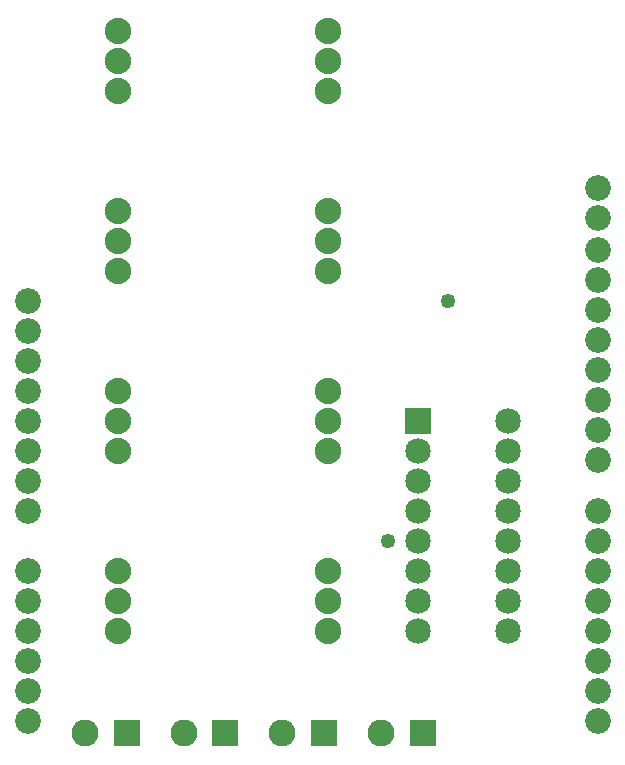
<source format=gts>
G04 MADE WITH FRITZING*
G04 WWW.FRITZING.ORG*
G04 DOUBLE SIDED*
G04 HOLES PLATED*
G04 CONTOUR ON CENTER OF CONTOUR VECTOR*
%ASAXBY*%
%FSLAX23Y23*%
%MOIN*%
%OFA0B0*%
%SFA1.0B1.0*%
%ADD10C,0.085833*%
%ADD11C,0.085000*%
%ADD12C,0.088000*%
%ADD13C,0.090000*%
%ADD14C,0.049370*%
%ADD15R,0.085000X0.085000*%
%ADD16R,0.090000X0.090000*%
%LNMASK1*%
G90*
G70*
G54D10*
X1994Y1987D03*
X1994Y1887D03*
X1994Y1780D03*
X1994Y1680D03*
X1994Y1580D03*
X1994Y1480D03*
X1994Y1380D03*
X1994Y1280D03*
X1994Y1180D03*
X1994Y1080D03*
X1994Y910D03*
X1994Y810D03*
X1994Y710D03*
X1994Y610D03*
X1994Y510D03*
X1994Y410D03*
X1994Y310D03*
X1994Y210D03*
X94Y1610D03*
X94Y1510D03*
X94Y1410D03*
X94Y1310D03*
X94Y1210D03*
X94Y1110D03*
X94Y1010D03*
X94Y910D03*
X94Y710D03*
X94Y610D03*
X94Y510D03*
X94Y410D03*
X94Y310D03*
X94Y210D03*
G54D11*
X1394Y1210D03*
X1694Y1210D03*
X1394Y1110D03*
X1694Y1110D03*
X1394Y1010D03*
X1694Y1010D03*
X1394Y910D03*
X1694Y910D03*
X1394Y810D03*
X1694Y810D03*
X1394Y710D03*
X1694Y710D03*
X1394Y610D03*
X1694Y610D03*
X1394Y510D03*
X1694Y510D03*
G54D12*
X394Y2310D03*
X394Y2410D03*
X394Y2510D03*
X1094Y2310D03*
X1094Y2410D03*
X1094Y2510D03*
X394Y1710D03*
X394Y1810D03*
X394Y1910D03*
X1094Y1710D03*
X1094Y1810D03*
X1094Y1910D03*
X394Y1110D03*
X394Y1210D03*
X394Y1310D03*
X1094Y1110D03*
X1094Y1210D03*
X1094Y1310D03*
X394Y510D03*
X394Y610D03*
X394Y710D03*
X1094Y510D03*
X1094Y610D03*
X1094Y710D03*
G54D13*
X1411Y169D03*
X1273Y169D03*
X1081Y169D03*
X943Y169D03*
X753Y169D03*
X615Y169D03*
X424Y169D03*
X286Y169D03*
G54D14*
X1494Y1610D03*
X1294Y810D03*
G54D15*
X1394Y1210D03*
G54D16*
X1411Y169D03*
X1081Y169D03*
X753Y169D03*
X424Y169D03*
G04 End of Mask1*
M02*
</source>
